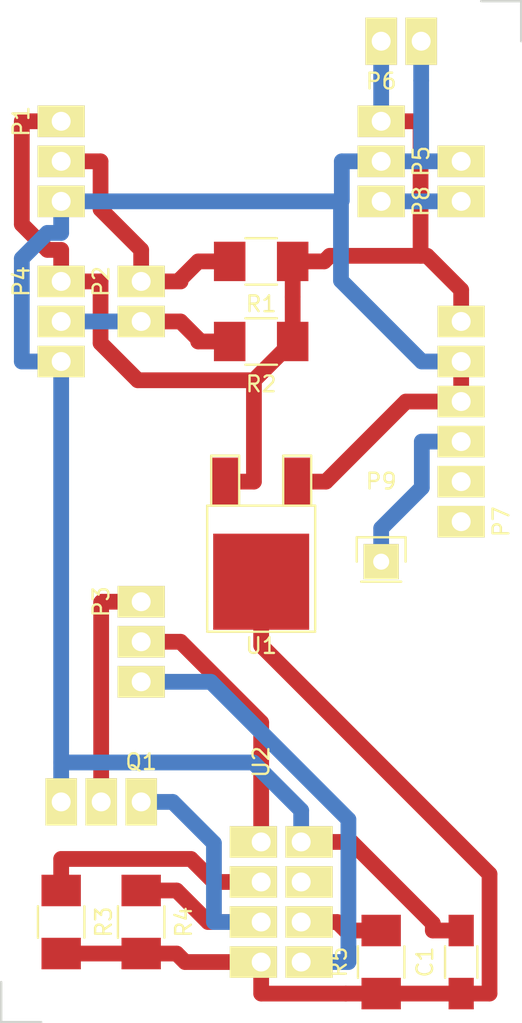
<source format=kicad_pcb>
(kicad_pcb (version 4) (host pcbnew 4.0.1-stable)

  (general
    (links 35)
    (no_connects 0)
    (area 26.355 13.815 59.695 80.025001)
    (thickness 1.6)
    (drawings 4)
    (tracks 109)
    (zones 0)
    (modules 18)
    (nets 17)
  )

  (page User 150.012 150.012)
  (layers
    (0 F.Cu signal)
    (31 B.Cu signal)
    (32 B.Adhes user)
    (33 F.Adhes user)
    (34 B.Paste user)
    (35 F.Paste user)
    (36 B.SilkS user)
    (37 F.SilkS user)
    (38 B.Mask user)
    (39 F.Mask user)
    (40 Dwgs.User user)
    (41 Cmts.User user)
    (42 Eco1.User user)
    (43 Eco2.User user)
    (44 Edge.Cuts user)
    (45 Margin user)
    (46 B.CrtYd user)
    (47 F.CrtYd user)
    (48 B.Fab user)
    (49 F.Fab user)
  )

  (setup
    (last_trace_width 1.2)
    (trace_clearance 0.5)
    (zone_clearance 0.508)
    (zone_45_only no)
    (trace_min 0.2)
    (segment_width 0.2)
    (edge_width 0.15)
    (via_size 2)
    (via_drill 1.2)
    (via_min_size 0.4)
    (via_min_drill 0.3)
    (uvia_size 0.3)
    (uvia_drill 0.1)
    (uvias_allowed no)
    (uvia_min_size 0.2)
    (uvia_min_drill 0.1)
    (pcb_text_width 0.3)
    (pcb_text_size 1.5 1.5)
    (mod_edge_width 0.15)
    (mod_text_size 1 1)
    (mod_text_width 0.15)
    (pad_size 1.524 1.524)
    (pad_drill 0.762)
    (pad_to_mask_clearance 0.2)
    (aux_axis_origin 0 0)
    (visible_elements FFFFFF7F)
    (pcbplotparams
      (layerselection 0x00000_80000001)
      (usegerberextensions false)
      (excludeedgelayer false)
      (linewidth 0.100000)
      (plotframeref false)
      (viasonmask false)
      (mode 1)
      (useauxorigin false)
      (hpglpennumber 1)
      (hpglpenspeed 20)
      (hpglpendiameter 15)
      (hpglpenoverlay 2)
      (psnegative false)
      (psa4output false)
      (plotreference false)
      (plotvalue false)
      (plotinvisibletext false)
      (padsonsilk false)
      (subtractmaskfromsilk false)
      (outputformat 5)
      (mirror false)
      (drillshape 0)
      (scaleselection 1)
      (outputdirectory ""))
  )

  (net 0 "")
  (net 1 +3V3)
  (net 2 GND)
  (net 3 +5V)
  (net 4 /TX_1)
  (net 5 /RX_1)
  (net 6 /PH_DATA)
  (net 7 "Net-(P7-Pad1)")
  (net 8 "Net-(P7-Pad2)")
  (net 9 "Net-(R3-Pad1)")
  (net 10 "Net-(U2-Pad4)")
  (net 11 /ESP_RESET)
  (net 12 "Net-(R5-Pad2)")
  (net 13 "Net-(P5-Pad2)")
  (net 14 /W_DATA)
  (net 15 /A_DATA)
  (net 16 "Net-(Q1-Pad1)")

  (net_class Default "This is the default net class."
    (clearance 0.5)
    (trace_width 1.2)
    (via_dia 2)
    (via_drill 1.2)
    (uvia_dia 0.3)
    (uvia_drill 0.1)
    (add_net +3V3)
    (add_net +5V)
    (add_net /A_DATA)
    (add_net /ESP_RESET)
    (add_net /PH_DATA)
    (add_net /RX_1)
    (add_net /TX_1)
    (add_net /W_DATA)
    (add_net GND)
    (add_net "Net-(P5-Pad2)")
    (add_net "Net-(P7-Pad1)")
    (add_net "Net-(P7-Pad2)")
    (add_net "Net-(Q1-Pad1)")
    (add_net "Net-(R3-Pad1)")
    (add_net "Net-(R5-Pad2)")
    (add_net "Net-(U2-Pad4)")
  )

  (module Capacitors_SMD:C_1206_HandSoldering (layer F.Cu) (tedit 541A9C03) (tstamp 57175017)
    (at 55.88 76.2 90)
    (descr "Capacitor SMD 1206, hand soldering")
    (tags "capacitor 1206")
    (path /57126D86)
    (attr smd)
    (fp_text reference C1 (at 0 -2.3 90) (layer F.SilkS)
      (effects (font (size 1 1) (thickness 0.15)))
    )
    (fp_text value 0.1mu (at 0 2.3 90) (layer F.Fab)
      (effects (font (size 1 1) (thickness 0.15)))
    )
    (fp_line (start -3.3 -1.15) (end 3.3 -1.15) (layer F.CrtYd) (width 0.05))
    (fp_line (start -3.3 1.15) (end 3.3 1.15) (layer F.CrtYd) (width 0.05))
    (fp_line (start -3.3 -1.15) (end -3.3 1.15) (layer F.CrtYd) (width 0.05))
    (fp_line (start 3.3 -1.15) (end 3.3 1.15) (layer F.CrtYd) (width 0.05))
    (fp_line (start 1 -1.025) (end -1 -1.025) (layer F.SilkS) (width 0.15))
    (fp_line (start -1 1.025) (end 1 1.025) (layer F.SilkS) (width 0.15))
    (pad 1 smd rect (at -2 0 90) (size 2 1.6) (layers F.Cu F.Paste F.Mask)
      (net 1 +3V3))
    (pad 2 smd rect (at 2 0 90) (size 2 1.6) (layers F.Cu F.Paste F.Mask)
      (net 2 GND))
    (model Capacitors_SMD.3dshapes/C_1206_HandSoldering.wrl
      (at (xyz 0 0 0))
      (scale (xyz 1 1 1))
      (rotate (xyz 0 0 0))
    )
  )

  (module Resistors_SMD:R_1210_HandSoldering (layer F.Cu) (tedit 5418A32D) (tstamp 57175067)
    (at 43.18 31.75 180)
    (descr "Resistor SMD 1210, hand soldering")
    (tags "resistor 1210")
    (path /57124160)
    (attr smd)
    (fp_text reference R1 (at 0 -2.7 180) (layer F.SilkS)
      (effects (font (size 1 1) (thickness 0.15)))
    )
    (fp_text value 4.7K (at 0 2.7 180) (layer F.Fab)
      (effects (font (size 1 1) (thickness 0.15)))
    )
    (fp_line (start -3.3 -1.6) (end 3.3 -1.6) (layer F.CrtYd) (width 0.05))
    (fp_line (start -3.3 1.6) (end 3.3 1.6) (layer F.CrtYd) (width 0.05))
    (fp_line (start -3.3 -1.6) (end -3.3 1.6) (layer F.CrtYd) (width 0.05))
    (fp_line (start 3.3 -1.6) (end 3.3 1.6) (layer F.CrtYd) (width 0.05))
    (fp_line (start 1 1.475) (end -1 1.475) (layer F.SilkS) (width 0.15))
    (fp_line (start -1 -1.475) (end 1 -1.475) (layer F.SilkS) (width 0.15))
    (pad 1 smd rect (at -2 0 180) (size 2 2.5) (layers F.Cu F.Paste F.Mask)
      (net 3 +5V))
    (pad 2 smd rect (at 2 0 180) (size 2 2.5) (layers F.Cu F.Paste F.Mask)
      (net 14 /W_DATA))
    (model Resistors_SMD.3dshapes/R_1210_HandSoldering.wrl
      (at (xyz 0 0 0))
      (scale (xyz 1 1 1))
      (rotate (xyz 0 0 0))
    )
  )

  (module Resistors_SMD:R_1210_HandSoldering (layer F.Cu) (tedit 5418A32D) (tstamp 57175073)
    (at 30.48 73.66 270)
    (descr "Resistor SMD 1210, hand soldering")
    (tags "resistor 1210")
    (path /57124424)
    (attr smd)
    (fp_text reference R3 (at 0 -2.7 270) (layer F.SilkS)
      (effects (font (size 1 1) (thickness 0.15)))
    )
    (fp_text value 10K (at 0 2.7 270) (layer F.Fab)
      (effects (font (size 1 1) (thickness 0.15)))
    )
    (fp_line (start -3.3 -1.6) (end 3.3 -1.6) (layer F.CrtYd) (width 0.05))
    (fp_line (start -3.3 1.6) (end 3.3 1.6) (layer F.CrtYd) (width 0.05))
    (fp_line (start -3.3 -1.6) (end -3.3 1.6) (layer F.CrtYd) (width 0.05))
    (fp_line (start 3.3 -1.6) (end 3.3 1.6) (layer F.CrtYd) (width 0.05))
    (fp_line (start 1 1.475) (end -1 1.475) (layer F.SilkS) (width 0.15))
    (fp_line (start -1 -1.475) (end 1 -1.475) (layer F.SilkS) (width 0.15))
    (pad 1 smd rect (at -2 0 270) (size 2 2.5) (layers F.Cu F.Paste F.Mask)
      (net 9 "Net-(R3-Pad1)"))
    (pad 2 smd rect (at 2 0 270) (size 2 2.5) (layers F.Cu F.Paste F.Mask)
      (net 1 +3V3))
    (model Resistors_SMD.3dshapes/R_1210_HandSoldering.wrl
      (at (xyz 0 0 0))
      (scale (xyz 1 1 1))
      (rotate (xyz 0 0 0))
    )
  )

  (module Resistors_SMD:R_1210_HandSoldering (layer F.Cu) (tedit 5418A32D) (tstamp 57175079)
    (at 35.56 73.66 270)
    (descr "Resistor SMD 1210, hand soldering")
    (tags "resistor 1210")
    (path /57171DDB)
    (attr smd)
    (fp_text reference R4 (at 0 -2.7 270) (layer F.SilkS)
      (effects (font (size 1 1) (thickness 0.15)))
    )
    (fp_text value 10K (at 0 2.7 270) (layer F.Fab)
      (effects (font (size 1 1) (thickness 0.15)))
    )
    (fp_line (start -3.3 -1.6) (end 3.3 -1.6) (layer F.CrtYd) (width 0.05))
    (fp_line (start -3.3 1.6) (end 3.3 1.6) (layer F.CrtYd) (width 0.05))
    (fp_line (start -3.3 -1.6) (end -3.3 1.6) (layer F.CrtYd) (width 0.05))
    (fp_line (start 3.3 -1.6) (end 3.3 1.6) (layer F.CrtYd) (width 0.05))
    (fp_line (start 1 1.475) (end -1 1.475) (layer F.SilkS) (width 0.15))
    (fp_line (start -1 -1.475) (end 1 -1.475) (layer F.SilkS) (width 0.15))
    (pad 1 smd rect (at -2 0 270) (size 2 2.5) (layers F.Cu F.Paste F.Mask)
      (net 16 "Net-(Q1-Pad1)"))
    (pad 2 smd rect (at 2 0 270) (size 2 2.5) (layers F.Cu F.Paste F.Mask)
      (net 1 +3V3))
    (model Resistors_SMD.3dshapes/R_1210_HandSoldering.wrl
      (at (xyz 0 0 0))
      (scale (xyz 1 1 1))
      (rotate (xyz 0 0 0))
    )
  )

  (module Resistors_SMD:R_1210_HandSoldering (layer F.Cu) (tedit 5418A32D) (tstamp 5717507F)
    (at 50.8 76.2 90)
    (descr "Resistor SMD 1210, hand soldering")
    (tags "resistor 1210")
    (path /57172B72)
    (attr smd)
    (fp_text reference R5 (at 0 -2.7 90) (layer F.SilkS)
      (effects (font (size 1 1) (thickness 0.15)))
    )
    (fp_text value 10K (at 0 2.7 90) (layer F.Fab)
      (effects (font (size 1 1) (thickness 0.15)))
    )
    (fp_line (start -3.3 -1.6) (end 3.3 -1.6) (layer F.CrtYd) (width 0.05))
    (fp_line (start -3.3 1.6) (end 3.3 1.6) (layer F.CrtYd) (width 0.05))
    (fp_line (start -3.3 -1.6) (end -3.3 1.6) (layer F.CrtYd) (width 0.05))
    (fp_line (start 3.3 -1.6) (end 3.3 1.6) (layer F.CrtYd) (width 0.05))
    (fp_line (start 1 1.475) (end -1 1.475) (layer F.SilkS) (width 0.15))
    (fp_line (start -1 -1.475) (end 1 -1.475) (layer F.SilkS) (width 0.15))
    (pad 1 smd rect (at -2 0 90) (size 2 2.5) (layers F.Cu F.Paste F.Mask)
      (net 1 +3V3))
    (pad 2 smd rect (at 2 0 90) (size 2 2.5) (layers F.Cu F.Paste F.Mask)
      (net 12 "Net-(R5-Pad2)"))
    (model Resistors_SMD.3dshapes/R_1210_HandSoldering.wrl
      (at (xyz 0 0 0))
      (scale (xyz 1 1 1))
      (rotate (xyz 0 0 0))
    )
  )

  (module TO_SOT_Packages_SMD:TO-252-2Lead (layer F.Cu) (tedit 0) (tstamp 57175086)
    (at 43.18 45.72 180)
    (descr "DPAK / TO-252 2-lead smd package")
    (tags "dpak TO-252")
    (path /57127ACC)
    (attr smd)
    (fp_text reference U1 (at 0 -10.414 180) (layer F.SilkS)
      (effects (font (size 1 1) (thickness 0.15)))
    )
    (fp_text value LD1117S33CTR (at 0 -2.413 180) (layer F.Fab)
      (effects (font (size 1 1) (thickness 0.15)))
    )
    (fp_line (start 1.397 -1.524) (end 1.397 1.651) (layer F.SilkS) (width 0.15))
    (fp_line (start 1.397 1.651) (end 3.175 1.651) (layer F.SilkS) (width 0.15))
    (fp_line (start 3.175 1.651) (end 3.175 -1.524) (layer F.SilkS) (width 0.15))
    (fp_line (start -3.175 -1.524) (end -3.175 1.651) (layer F.SilkS) (width 0.15))
    (fp_line (start -3.175 1.651) (end -1.397 1.651) (layer F.SilkS) (width 0.15))
    (fp_line (start -1.397 1.651) (end -1.397 -1.524) (layer F.SilkS) (width 0.15))
    (fp_line (start 3.429 -7.62) (end 3.429 -1.524) (layer F.SilkS) (width 0.15))
    (fp_line (start 3.429 -1.524) (end -3.429 -1.524) (layer F.SilkS) (width 0.15))
    (fp_line (start -3.429 -1.524) (end -3.429 -9.398) (layer F.SilkS) (width 0.15))
    (fp_line (start -3.429 -9.525) (end 3.429 -9.525) (layer F.SilkS) (width 0.15))
    (fp_line (start 3.429 -9.398) (end 3.429 -7.62) (layer F.SilkS) (width 0.15))
    (pad 1 smd rect (at -2.286 0 180) (size 1.651 3.048) (layers F.Cu F.Paste F.Mask)
      (net 2 GND))
    (pad 2 smd rect (at 0 -6.35 180) (size 6.096 6.096) (layers F.Cu F.Paste F.Mask)
      (net 1 +3V3))
    (pad 3 smd rect (at 2.286 0 180) (size 1.651 3.048) (layers F.Cu F.Paste F.Mask)
      (net 3 +5V))
    (model TO_SOT_Packages_SMD.3dshapes/TO-252-2Lead.wrl
      (at (xyz 0 0 0))
      (scale (xyz 1 1 1))
      (rotate (xyz 0 0 0))
    )
  )

  (module Pin_Headers:Pin_Header_Straight_1x01 (layer F.Cu) (tedit 54EA08DC) (tstamp 5717AE89)
    (at 50.8 50.8)
    (descr "Through hole pin header")
    (tags "pin header")
    (path /5717AF7D)
    (fp_text reference P9 (at 0 -5.1) (layer F.SilkS)
      (effects (font (size 1 1) (thickness 0.15)))
    )
    (fp_text value A_PH (at 0 -3.1) (layer F.Fab)
      (effects (font (size 1 1) (thickness 0.15)))
    )
    (fp_line (start 1.55 -1.55) (end 1.55 0) (layer F.SilkS) (width 0.15))
    (fp_line (start -1.75 -1.75) (end -1.75 1.75) (layer F.CrtYd) (width 0.05))
    (fp_line (start 1.75 -1.75) (end 1.75 1.75) (layer F.CrtYd) (width 0.05))
    (fp_line (start -1.75 -1.75) (end 1.75 -1.75) (layer F.CrtYd) (width 0.05))
    (fp_line (start -1.75 1.75) (end 1.75 1.75) (layer F.CrtYd) (width 0.05))
    (fp_line (start -1.55 0) (end -1.55 -1.55) (layer F.SilkS) (width 0.15))
    (fp_line (start -1.55 -1.55) (end 1.55 -1.55) (layer F.SilkS) (width 0.15))
    (fp_line (start -1.27 1.27) (end 1.27 1.27) (layer F.SilkS) (width 0.15))
    (pad 1 thru_hole rect (at 0 0) (size 2.2352 2.2352) (drill 1.016) (layers *.Cu *.Mask F.SilkS)
      (net 6 /PH_DATA))
    (model Pin_Headers.3dshapes/Pin_Header_Straight_1x01.wrl
      (at (xyz 0 0 0))
      (scale (xyz 1 1 1))
      (rotate (xyz 0 0 90))
    )
  )

  (module Resistors_SMD:R_1210_HandSoldering (layer F.Cu) (tedit 5418A32D) (tstamp 57211AB9)
    (at 43.18 36.83 180)
    (descr "Resistor SMD 1210, hand soldering")
    (tags "resistor 1210")
    (path /57211B40)
    (attr smd)
    (fp_text reference R2 (at 0 -2.7 180) (layer F.SilkS)
      (effects (font (size 1 1) (thickness 0.15)))
    )
    (fp_text value 4.7K (at 0 2.7 180) (layer F.Fab)
      (effects (font (size 1 1) (thickness 0.15)))
    )
    (fp_line (start -3.3 -1.6) (end 3.3 -1.6) (layer F.CrtYd) (width 0.05))
    (fp_line (start -3.3 1.6) (end 3.3 1.6) (layer F.CrtYd) (width 0.05))
    (fp_line (start -3.3 -1.6) (end -3.3 1.6) (layer F.CrtYd) (width 0.05))
    (fp_line (start 3.3 -1.6) (end 3.3 1.6) (layer F.CrtYd) (width 0.05))
    (fp_line (start 1 1.475) (end -1 1.475) (layer F.SilkS) (width 0.15))
    (fp_line (start -1 -1.475) (end 1 -1.475) (layer F.SilkS) (width 0.15))
    (pad 1 smd rect (at -2 0 180) (size 2 2.5) (layers F.Cu F.Paste F.Mask)
      (net 3 +5V))
    (pad 2 smd rect (at 2 0 180) (size 2 2.5) (layers F.Cu F.Paste F.Mask)
      (net 15 /A_DATA))
    (model Resistors_SMD.3dshapes/R_1210_HandSoldering.wrl
      (at (xyz 0 0 0))
      (scale (xyz 1 1 1))
      (rotate (xyz 0 0 0))
    )
  )

  (module pin_heads:Pin_1x3_hand_soldering (layer F.Cu) (tedit 57236B60) (tstamp 57236F73)
    (at 30.48 22.86 270)
    (path /571240DB)
    (fp_text reference P1 (at 0 2.54 270) (layer F.SilkS)
      (effects (font (size 1 1) (thickness 0.15)))
    )
    (fp_text value WATER_DS (at 0 -2.54 270) (layer F.Fab) hide
      (effects (font (size 1 1) (thickness 0.15)))
    )
    (pad 1 thru_hole rect (at 0 0 270) (size 2.001 3) (drill 1.2) (layers *.Cu *.Mask F.SilkS)
      (net 3 +5V))
    (pad 2 thru_hole rect (at 2.54 0 270) (size 2.001 3) (drill 1.2) (layers *.Cu *.Mask F.SilkS)
      (net 14 /W_DATA))
    (pad 3 thru_hole rect (at 5.08 0 270) (size 2.001 3) (drill 1.2) (layers *.Cu *.Mask F.SilkS)
      (net 2 GND))
  )

  (module pin_heads:Pin_1x2_hand_soldering (layer F.Cu) (tedit 57236622) (tstamp 57236F79)
    (at 35.56 33.02 270)
    (path /5717AF1F)
    (fp_text reference P2 (at 0 2.54 270) (layer F.SilkS)
      (effects (font (size 1 1) (thickness 0.15)))
    )
    (fp_text value A_DS (at 0 -2.54 270) (layer F.Fab) hide
      (effects (font (size 1 1) (thickness 0.15)))
    )
    (pad 1 thru_hole rect (at 0 0 270) (size 2.001 3) (drill 1.2) (layers *.Cu *.Mask F.SilkS)
      (net 14 /W_DATA))
    (pad 2 thru_hole rect (at 2.54 0 270) (size 2.001 3) (drill 1.2) (layers *.Cu *.Mask F.SilkS)
      (net 15 /A_DATA))
  )

  (module pin_heads:Pin_1x3_hand_soldering (layer F.Cu) (tedit 57236B60) (tstamp 57236F7E)
    (at 35.56 53.34 270)
    (path /5717AE52)
    (fp_text reference P3 (at 0 2.54 270) (layer F.SilkS)
      (effects (font (size 1 1) (thickness 0.15)))
    )
    (fp_text value A_ESP (at 0 -2.54 270) (layer F.Fab) hide
      (effects (font (size 1 1) (thickness 0.15)))
    )
    (pad 1 thru_hole rect (at 0 0 270) (size 2.001 3) (drill 1.2) (layers *.Cu *.Mask F.SilkS)
      (net 11 /ESP_RESET))
    (pad 2 thru_hole rect (at 2.54 0 270) (size 2.001 3) (drill 1.2) (layers *.Cu *.Mask F.SilkS)
      (net 5 /RX_1))
    (pad 3 thru_hole rect (at 5.08 0 270) (size 2.001 3) (drill 1.2) (layers *.Cu *.Mask F.SilkS)
      (net 4 /TX_1))
  )

  (module pin_heads:Pin_1x3_hand_soldering (layer F.Cu) (tedit 57236B60) (tstamp 57236F84)
    (at 30.48 33.02 270)
    (path /57124303)
    (fp_text reference P4 (at 0 2.54 270) (layer F.SilkS)
      (effects (font (size 1 1) (thickness 0.15)))
    )
    (fp_text value AIR_DS (at 0 -2.54 270) (layer F.Fab) hide
      (effects (font (size 1 1) (thickness 0.15)))
    )
    (pad 1 thru_hole rect (at 0 0 270) (size 2.001 3) (drill 1.2) (layers *.Cu *.Mask F.SilkS)
      (net 3 +5V))
    (pad 2 thru_hole rect (at 2.54 0 270) (size 2.001 3) (drill 1.2) (layers *.Cu *.Mask F.SilkS)
      (net 15 /A_DATA))
    (pad 3 thru_hole rect (at 5.08 0 270) (size 2.001 3) (drill 1.2) (layers *.Cu *.Mask F.SilkS)
      (net 2 GND))
  )

  (module pin_heads:Pin_1x2_hand_soldering (layer F.Cu) (tedit 57236622) (tstamp 57236F8A)
    (at 55.88 25.4 270)
    (path /57174F70)
    (fp_text reference P5 (at 0 2.54 270) (layer F.SilkS)
      (effects (font (size 1 1) (thickness 0.15)))
    )
    (fp_text value RST (at 0 -2.54 270) (layer F.Fab) hide
      (effects (font (size 1 1) (thickness 0.15)))
    )
    (pad 1 thru_hole rect (at 0 0 270) (size 2.001 3) (drill 1.2) (layers *.Cu *.Mask F.SilkS)
      (net 2 GND))
    (pad 2 thru_hole rect (at 2.54 0 270) (size 2.001 3) (drill 1.2) (layers *.Cu *.Mask F.SilkS)
      (net 13 "Net-(P5-Pad2)"))
  )

  (module pin_heads:Pin_1x2_hand_soldering (layer F.Cu) (tedit 57236622) (tstamp 57236F8F)
    (at 50.8 17.78)
    (path /57124AD8)
    (fp_text reference P6 (at 0 2.54) (layer F.SilkS)
      (effects (font (size 1 1) (thickness 0.15)))
    )
    (fp_text value POWER (at 0 -2.54) (layer F.Fab) hide
      (effects (font (size 1 1) (thickness 0.15)))
    )
    (pad 1 thru_hole rect (at 0 0) (size 2.001 3) (drill 1.2) (layers *.Cu *.Mask F.SilkS)
      (net 3 +5V))
    (pad 2 thru_hole rect (at 2.54 0) (size 2.001 3) (drill 1.2) (layers *.Cu *.Mask F.SilkS)
      (net 2 GND))
  )

  (module pin_heads:Pin_1x3_hand_soldering (layer F.Cu) (tedit 57236B60) (tstamp 57236F94)
    (at 50.8 27.94 90)
    (path /5717AEB3)
    (fp_text reference P8 (at 0 2.54 90) (layer F.SilkS)
      (effects (font (size 1 1) (thickness 0.15)))
    )
    (fp_text value A_POWER (at 0 -2.54 90) (layer F.Fab) hide
      (effects (font (size 1 1) (thickness 0.15)))
    )
    (pad 1 thru_hole rect (at 0 0 90) (size 2.001 3) (drill 1.2) (layers *.Cu *.Mask F.SilkS)
      (net 13 "Net-(P5-Pad2)"))
    (pad 2 thru_hole rect (at 2.54 0 90) (size 2.001 3) (drill 1.2) (layers *.Cu *.Mask F.SilkS)
      (net 2 GND))
    (pad 3 thru_hole rect (at 5.08 0 90) (size 2.001 3) (drill 1.2) (layers *.Cu *.Mask F.SilkS)
      (net 3 +5V))
  )

  (module pin_heads:Pin_1x6_hand_soldering (layer F.Cu) (tedit 57237068) (tstamp 57237151)
    (at 55.88 48.26 90)
    (path /5712479F)
    (fp_text reference P7 (at 0 2.54 90) (layer F.SilkS)
      (effects (font (size 1 1) (thickness 0.15)))
    )
    (fp_text value PH_MODULE (at 0 -2.54 90) (layer F.Fab) hide
      (effects (font (size 1 1) (thickness 0.15)))
    )
    (pad 1 thru_hole rect (at 0 0 90) (size 2.001 3) (drill 1.2) (layers *.Cu *.Mask F.SilkS)
      (net 7 "Net-(P7-Pad1)"))
    (pad 2 thru_hole rect (at 2.54 0 90) (size 2.001 3) (drill 1.2) (layers *.Cu *.Mask F.SilkS)
      (net 8 "Net-(P7-Pad2)"))
    (pad 3 thru_hole rect (at 5.08 0 90) (size 2.001 3) (drill 1.2) (layers *.Cu *.Mask F.SilkS)
      (net 6 /PH_DATA))
    (pad 4 thru_hole rect (at 7.62 0 90) (size 2.001 3) (drill 1.2) (layers *.Cu *.Mask F.SilkS)
      (net 2 GND))
    (pad 5 thru_hole rect (at 10.16 0 90) (size 2.001 3) (drill 1.2) (layers *.Cu *.Mask F.SilkS)
      (net 2 GND))
    (pad 6 thru_hole rect (at 12.7 0 90) (size 2.001 3) (drill 1.2) (layers *.Cu *.Mask F.SilkS)
      (net 3 +5V))
  )

  (module pin_heads:Pin_1x3_hand_soldering (layer F.Cu) (tedit 57236B60) (tstamp 5723715A)
    (at 35.56 66.04 180)
    (path /572121B8)
    (fp_text reference Q1 (at 0 2.54 180) (layer F.SilkS)
      (effects (font (size 1 1) (thickness 0.15)))
    )
    (fp_text value BC547 (at 0 -2.54 180) (layer F.Fab) hide
      (effects (font (size 1 1) (thickness 0.15)))
    )
    (pad 1 thru_hole rect (at 0 0 180) (size 2.001 3) (drill 1.2) (layers *.Cu *.Mask F.SilkS)
      (net 16 "Net-(Q1-Pad1)"))
    (pad 2 thru_hole rect (at 2.54 0 180) (size 2.001 3) (drill 1.2) (layers *.Cu *.Mask F.SilkS)
      (net 11 /ESP_RESET))
    (pad 3 thru_hole rect (at 5.08 0 180) (size 2.001 3) (drill 1.2) (layers *.Cu *.Mask F.SilkS)
      (net 2 GND))
  )

  (module pin_heads:Pin_2x4_hand_soldering (layer F.Cu) (tedit 5723681D) (tstamp 57237160)
    (at 45.72 68.58 270)
    (path /57129CA2)
    (fp_text reference U2 (at -5.08 2.54 270) (layer F.SilkS)
      (effects (font (size 1 1) (thickness 0.15)))
    )
    (fp_text value ESP-01v090 (at -5.08 0 270) (layer F.Fab) hide
      (effects (font (size 1 1) (thickness 0.15)))
    )
    (pad 2 thru_hole rect (at 0 0 270) (size 2.001 3) (drill 1.2 (offset 0 -0.5)) (layers *.Cu *.Mask F.SilkS)
      (net 2 GND))
    (pad 1 thru_hole rect (at 0 2.54 270) (size 2.001 3) (drill 1.2 (offset 0 0.5)) (layers *.Cu *.Mask F.SilkS)
      (net 5 /RX_1))
    (pad 4 thru_hole rect (at 2.54 0 270) (size 2.001 3) (drill 1.2 (offset 0 -0.5)) (layers *.Cu *.Mask F.SilkS)
      (net 10 "Net-(U2-Pad4)"))
    (pad 3 thru_hole rect (at 2.54 2.54 270) (size 2.001 3) (drill 1.2 (offset 0 0.5)) (layers *.Cu *.Mask F.SilkS)
      (net 9 "Net-(R3-Pad1)"))
    (pad 8 thru_hole rect (at 7.62 0 270) (size 2.001 3) (drill 1.2 (offset 0 -0.5)) (layers *.Cu *.Mask F.SilkS)
      (net 4 /TX_1))
    (pad 6 thru_hole rect (at 5.08 0 270) (size 2.001 3) (drill 1.2 (offset 0 -0.5)) (layers *.Cu *.Mask F.SilkS)
      (net 12 "Net-(R5-Pad2)"))
    (pad 5 thru_hole rect (at 5.08 2.54 270) (size 2.001 3) (drill 1.2 (offset 0 0.5)) (layers *.Cu *.Mask F.SilkS)
      (net 16 "Net-(Q1-Pad1)"))
    (pad 7 thru_hole rect (at 7.62 2.54 270) (size 2.001 3) (drill 1.2 (offset 0 0.5)) (layers *.Cu *.Mask F.SilkS)
      (net 1 +3V3))
  )

  (gr_line (start 59.69 15.24) (end 57.15 15.24) (layer Edge.Cuts) (width 0.15))
  (gr_line (start 59.69 17.78) (end 59.69 15.24) (layer Edge.Cuts) (width 0.15))
  (gr_line (start 26.67 80.01) (end 26.67 77.47) (layer Edge.Cuts) (width 0.15))
  (gr_line (start 29.21 80.01) (end 26.67 80.01) (layer Edge.Cuts) (width 0.15))

  (segment (start 57.6803 70.6186) (end 57.6803 78.2) (width 1) (layer F.Cu) (net 1))
  (segment (start 43.18 56.1183) (end 57.6803 70.6186) (width 1) (layer F.Cu) (net 1))
  (segment (start 43.18 52.07) (end 43.18 56.1183) (width 1) (layer F.Cu) (net 1))
  (segment (start 55.88 78.2) (end 57.6803 78.2) (width 1) (layer F.Cu) (net 1))
  (segment (start 50.8 78.2) (end 55.88 78.2) (width 1) (layer F.Cu) (net 1))
  (segment (start 36.6852 75.66) (end 37.8103 75.66) (width 1) (layer F.Cu) (net 1))
  (segment (start 36.6852 75.66) (end 35.56 75.66) (width 1) (layer F.Cu) (net 1))
  (segment (start 35.56 75.66) (end 30.48 75.66) (width 1) (layer F.Cu) (net 1))
  (segment (start 50.8 78.2) (end 48.5497 78.2) (width 1) (layer F.Cu) (net 1))
  (segment (start 38.3503 76.2) (end 37.8103 75.66) (width 1) (layer F.Cu) (net 1))
  (segment (start 43.18 76.2) (end 38.3503 76.2) (width 1) (layer F.Cu) (net 1))
  (segment (start 48.5489 78.2008) (end 48.5497 78.2) (width 1) (layer F.Cu) (net 1))
  (segment (start 43.18 78.2008) (end 48.5489 78.2008) (width 1) (layer F.Cu) (net 1))
  (segment (start 43.18 76.2) (end 43.18 78.2008) (width 1) (layer F.Cu) (net 1))
  (segment (start 54.0797 73.7499) (end 54.0797 74.2) (width 1) (layer F.Cu) (net 2))
  (segment (start 48.9098 68.58) (end 54.0797 73.7499) (width 1) (layer F.Cu) (net 2))
  (segment (start 45.72 68.58) (end 48.9098 68.58) (width 1) (layer F.Cu) (net 2))
  (segment (start 55.88 74.2) (end 54.0797 74.2) (width 1) (layer F.Cu) (net 2))
  (segment (start 42.6805 63.5397) (end 45.72 66.5792) (width 1) (layer B.Cu) (net 2))
  (segment (start 30.48 63.5397) (end 42.6805 63.5397) (width 1) (layer B.Cu) (net 2))
  (segment (start 45.72 68.58) (end 45.72 66.5792) (width 1) (layer B.Cu) (net 2))
  (segment (start 29.6046 29.9408) (end 30.48 29.9408) (width 1) (layer B.Cu) (net 2))
  (segment (start 27.9797 31.5657) (end 29.6046 29.9408) (width 1) (layer B.Cu) (net 2))
  (segment (start 27.9797 38.1) (end 27.9797 31.5657) (width 1) (layer B.Cu) (net 2))
  (segment (start 30.48 38.1) (end 27.9797 38.1) (width 1) (layer B.Cu) (net 2))
  (segment (start 30.48 27.94) (end 30.48 29.9408) (width 1) (layer B.Cu) (net 2))
  (segment (start 45.466 45.72) (end 47.2918 45.72) (width 1) (layer F.Cu) (net 2))
  (segment (start 52.3718 40.64) (end 47.2918 45.72) (width 1) (layer F.Cu) (net 2))
  (segment (start 55.88 40.64) (end 52.3718 40.64) (width 1) (layer F.Cu) (net 2))
  (segment (start 30.48 66.04) (end 30.48 63.9148) (width 1) (layer B.Cu) (net 2))
  (segment (start 30.48 63.9148) (end 30.48 63.5397) (width 1) (layer B.Cu) (net 2))
  (segment (start 30.48 63.5397) (end 30.48 38.1) (width 1) (layer B.Cu) (net 2))
  (segment (start 53.34 17.78) (end 53.34 20.2803) (width 1) (layer B.Cu) (net 2))
  (segment (start 53.34 25.4) (end 53.34 20.2803) (width 1) (layer B.Cu) (net 2))
  (segment (start 50.8 25.4) (end 53.34 25.4) (width 1) (layer B.Cu) (net 2))
  (segment (start 53.34 25.4) (end 55.88 25.4) (width 1) (layer B.Cu) (net 2))
  (segment (start 55.88 38.1) (end 53.3797 38.1) (width 1) (layer B.Cu) (net 2))
  (segment (start 30.48 27.94) (end 48.2466 27.94) (width 1) (layer B.Cu) (net 2))
  (segment (start 48.2997 27.8869) (end 48.2466 27.94) (width 1) (layer B.Cu) (net 2))
  (segment (start 48.2997 25.4) (end 48.2997 27.8869) (width 1) (layer B.Cu) (net 2))
  (segment (start 48.2466 32.9669) (end 53.3797 38.1) (width 1) (layer B.Cu) (net 2))
  (segment (start 48.2466 27.94) (end 48.2466 32.9669) (width 1) (layer B.Cu) (net 2))
  (segment (start 50.8 25.4) (end 48.2997 25.4) (width 1) (layer B.Cu) (net 2))
  (segment (start 55.88 38.1) (end 55.88 40.64) (width 1) (layer F.Cu) (net 2))
  (segment (start 55.88 35.56) (end 55.88 33.5592) (width 1) (layer F.Cu) (net 3))
  (segment (start 50.8 22.86) (end 53.3003 22.86) (width 1) (layer F.Cu) (net 3))
  (segment (start 50.8 17.78) (end 50.8 22.86) (width 1) (layer B.Cu) (net 3))
  (segment (start 45.18 31.75) (end 47.1803 31.75) (width 1) (layer F.Cu) (net 3))
  (segment (start 53.3003 31.3943) (end 53.3003 22.86) (width 1) (layer F.Cu) (net 3))
  (segment (start 53.7151 31.3943) (end 53.3003 31.3943) (width 1) (layer F.Cu) (net 3))
  (segment (start 55.88 33.5592) (end 53.7151 31.3943) (width 1) (layer F.Cu) (net 3))
  (segment (start 47.536 31.3943) (end 47.1803 31.75) (width 1) (layer F.Cu) (net 3))
  (segment (start 53.3003 31.3943) (end 47.536 31.3943) (width 1) (layer F.Cu) (net 3))
  (segment (start 40.894 45.72) (end 42.7198 45.72) (width 1) (layer F.Cu) (net 3))
  (segment (start 45.18 31.75) (end 45.18 34.0003) (width 1) (layer F.Cu) (net 3))
  (segment (start 45.18 36.83) (end 45.18 34.0003) (width 1) (layer F.Cu) (net 3))
  (segment (start 29.6046 31.0192) (end 30.48 31.0192) (width 1) (layer F.Cu) (net 3))
  (segment (start 27.9797 29.3943) (end 29.6046 31.0192) (width 1) (layer F.Cu) (net 3))
  (segment (start 27.9797 22.86) (end 27.9797 29.3943) (width 1) (layer F.Cu) (net 3))
  (segment (start 30.48 22.86) (end 27.9797 22.86) (width 1) (layer F.Cu) (net 3))
  (segment (start 30.48 33.02) (end 30.48 31.0192) (width 1) (layer F.Cu) (net 3))
  (segment (start 30.48 33.02) (end 32.9803 33.02) (width 1) (layer F.Cu) (net 3))
  (segment (start 32.9803 36.9266) (end 32.9803 33.02) (width 1) (layer F.Cu) (net 3))
  (segment (start 35.3439 39.2902) (end 32.9803 36.9266) (width 1) (layer F.Cu) (net 3))
  (segment (start 42.7198 39.2902) (end 35.3439 39.2902) (width 1) (layer F.Cu) (net 3))
  (segment (start 42.7198 45.72) (end 42.7198 39.2902) (width 1) (layer F.Cu) (net 3))
  (segment (start 42.7198 39.2902) (end 45.18 36.83) (width 1) (layer F.Cu) (net 3))
  (segment (start 39.9794 58.42) (end 35.56 58.42) (width 1) (layer B.Cu) (net 4))
  (segment (start 48.7203 67.1609) (end 39.9794 58.42) (width 1) (layer B.Cu) (net 4))
  (segment (start 48.7203 76.2) (end 48.7203 67.1609) (width 1) (layer B.Cu) (net 4))
  (segment (start 45.72 76.2) (end 48.7203 76.2) (width 1) (layer B.Cu) (net 4))
  (segment (start 43.18 60.9997) (end 38.0603 55.88) (width 1) (layer F.Cu) (net 5))
  (segment (start 43.18 68.58) (end 43.18 60.9997) (width 1) (layer F.Cu) (net 5))
  (segment (start 35.56 55.88) (end 38.0603 55.88) (width 1) (layer F.Cu) (net 5))
  (segment (start 53.3797 46.1024) (end 50.8 48.6821) (width 1) (layer B.Cu) (net 6))
  (segment (start 53.3797 43.18) (end 53.3797 46.1024) (width 1) (layer B.Cu) (net 6))
  (segment (start 55.88 43.18) (end 53.3797 43.18) (width 1) (layer B.Cu) (net 6))
  (segment (start 50.8 50.8) (end 50.8 48.6821) (width 1) (layer B.Cu) (net 6))
  (segment (start 38.7194 69.6597) (end 30.48 69.6597) (width 1) (layer F.Cu) (net 9))
  (segment (start 40.1797 71.12) (end 38.7194 69.6597) (width 1) (layer F.Cu) (net 9))
  (segment (start 43.18 71.12) (end 40.1797 71.12) (width 1) (layer F.Cu) (net 9))
  (segment (start 30.48 71.66) (end 30.48 69.6597) (width 1) (layer F.Cu) (net 9))
  (segment (start 33.02 53.3797) (end 33.0597 53.34) (width 1) (layer F.Cu) (net 11))
  (segment (start 33.02 66.04) (end 33.02 53.3797) (width 1) (layer F.Cu) (net 11))
  (segment (start 35.56 53.34) (end 33.0597 53.34) (width 1) (layer F.Cu) (net 11))
  (segment (start 48.0097 73.66) (end 48.5497 74.2) (width 1) (layer F.Cu) (net 12))
  (segment (start 45.72 73.66) (end 48.0097 73.66) (width 1) (layer F.Cu) (net 12))
  (segment (start 50.8 74.2) (end 48.5497 74.2) (width 1) (layer F.Cu) (net 12))
  (segment (start 55.88 27.94) (end 50.8 27.94) (width 1) (layer B.Cu) (net 13))
  (segment (start 38.0603 32.8694) (end 39.1797 31.75) (width 1) (layer F.Cu) (net 14))
  (segment (start 38.0603 33.02) (end 38.0603 32.8694) (width 1) (layer F.Cu) (net 14))
  (segment (start 41.18 31.75) (end 39.1797 31.75) (width 1) (layer F.Cu) (net 14))
  (segment (start 35.56 33.02) (end 38.0603 33.02) (width 1) (layer F.Cu) (net 14))
  (segment (start 32.9803 28.4395) (end 35.56 31.0192) (width 1) (layer F.Cu) (net 14))
  (segment (start 32.9803 25.4) (end 32.9803 28.4395) (width 1) (layer F.Cu) (net 14))
  (segment (start 30.48 25.4) (end 32.9803 25.4) (width 1) (layer F.Cu) (net 14))
  (segment (start 35.56 33.02) (end 35.56 31.0192) (width 1) (layer F.Cu) (net 14))
  (segment (start 35.56 35.56) (end 30.48 35.56) (width 1) (layer B.Cu) (net 15))
  (segment (start 39.1797 36.6794) (end 39.1797 36.83) (width 1) (layer F.Cu) (net 15))
  (segment (start 38.0603 35.56) (end 39.1797 36.6794) (width 1) (layer F.Cu) (net 15))
  (segment (start 35.56 35.56) (end 38.0603 35.56) (width 1) (layer F.Cu) (net 15))
  (segment (start 41.18 36.83) (end 39.1797 36.83) (width 1) (layer F.Cu) (net 15))
  (segment (start 40.1797 68.6589) (end 37.5608 66.04) (width 1) (layer B.Cu) (net 16))
  (segment (start 40.1797 73.66) (end 40.1797 68.6589) (width 1) (layer B.Cu) (net 16))
  (segment (start 43.18 73.66) (end 40.1797 73.66) (width 1) (layer B.Cu) (net 16))
  (segment (start 35.56 66.04) (end 37.5608 66.04) (width 1) (layer B.Cu) (net 16))
  (segment (start 39.8103 73.66) (end 37.8103 71.66) (width 1) (layer F.Cu) (net 16))
  (segment (start 43.18 73.66) (end 39.8103 73.66) (width 1) (layer F.Cu) (net 16))
  (segment (start 35.56 71.66) (end 37.8103 71.66) (width 1) (layer F.Cu) (net 16))

)

</source>
